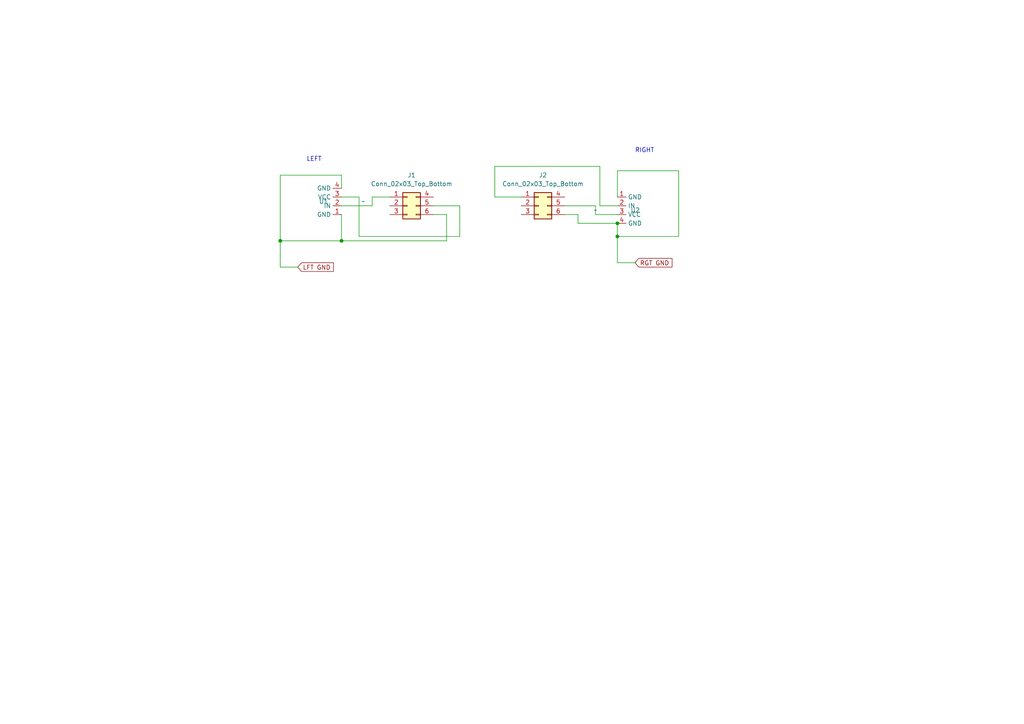
<source format=kicad_sch>
(kicad_sch (version 20230121) (generator eeschema)
  (paper "A4")
  (lib_symbols
    (symbol "DC32_Cnet_Badge_SAO:Conn_02x03_Top_Bottom" (pin_names (offset 1.016) hide)
      (property "Reference" "J" (at 1.27 5.08 0))
      (property "Value" "Conn_02x03_Top_Bottom" (at 1.27 -5.08 0))
      (symbol "Conn_02x03_Top_Bottom_1_1"
        (rectangle (start -1.27 -2.413) (end 0 -2.667) (stroke (width 0.1524)))
        (rectangle (start -1.27 0.127) (end 0 -0.127) (stroke (width 0.1524)))
        (rectangle (start -1.27 2.667) (end 0 2.413) (stroke (width 0.1524)))
        (rectangle (start -1.27 3.81) (end 3.81 -3.81) (stroke (width 0.254)) (fill (type background)))
        (rectangle (start 3.81 -2.413) (end 2.54 -2.667) (stroke (width 0.1524)))
        (rectangle (start 3.81 0.127) (end 2.54 -0.127) (stroke (width 0.1524)))
        (rectangle (start 3.81 2.667) (end 2.54 2.413) (stroke (width 0.1524)))
        (pin passive line (at -5.08 2.54 0) (length 3.81) (name "Pin_1") (number "1"))
        (pin passive line (at -5.08 0 0) (length 3.81) (name "Pin_2") (number "2"))
        (pin passive line (at -5.08 -2.54 0) (length 3.81) (name "Pin_3") (number "3"))
        (pin passive line (at 7.62 2.54 180) (length 3.81) (name "Pin_4") (number "4"))
        (pin passive line (at 7.62 0 180) (length 3.81) (name "Pin_5") (number "5"))
        (pin passive line (at 7.62 -2.54 180) (length 3.81) (name "Pin_6") (number "6"))
      )
    )
    (symbol "DC32_Cnet_Badge_SAO:LED_SAO"
      (property "Reference" "U" (at 0 0 0))
      (symbol "LED_SAO_1_1"
        (pin power_in line (at 6.35 3.81 0) (length 2.54) (name "GND") (number "1"))
        (pin input line (at 6.35 1.27 0) (length 2.54) (name "IN") (number "2"))
        (pin power_in line (at 6.35 -1.27 0) (length 2.54) (name "VCC") (number "3"))
        (pin power_in line (at 6.35 -3.81 0) (length 2.54) (name "GND") (number "4"))
      )
    )
  )
  (junction (at 99.06 69.85))
  (junction (at 179.07 68.58))
  (junction (at 179.07 64.77))
  (junction (at 81.28 69.85))
  (wire (pts (xy 179.07 68.58) (xy 179.07 76.2)))
  (wire (pts (xy 129.54 69.85) (xy 129.54 62.23)))
  (wire (pts (xy 172.72 62.23) (xy 172.72 59.69)))
  (wire (pts (xy 113.03 57.15) (xy 107.95 57.15)))
  (wire (pts (xy 167.64 62.23) (xy 167.64 64.77)))
  (wire (pts (xy 179.07 49.53) (xy 196.85 49.53)))
  (wire (pts (xy 173.99 48.26) (xy 143.51 48.26)))
  (wire (pts (xy 81.28 69.85) (xy 99.06 69.85)))
  (wire (pts (xy 99.06 57.15) (xy 104.14 57.15)))
  (wire (pts (xy 133.35 68.58) (xy 133.35 59.69)))
  (wire (pts (xy 99.06 69.85) (xy 129.54 69.85)))
  (wire (pts (xy 143.51 57.15) (xy 151.13 57.15)))
  (wire (pts (xy 172.72 59.69) (xy 163.83 59.69)))
  (wire (pts (xy 143.51 48.26) (xy 143.51 57.15)))
  (wire (pts (xy 179.07 62.23) (xy 172.72 62.23)))
  (wire (pts (xy 163.83 62.23) (xy 167.64 62.23)))
  (wire (pts (xy 196.85 68.58) (xy 179.07 68.58)))
  (wire (pts (xy 104.14 68.58) (xy 133.35 68.58)))
  (wire (pts (xy 179.07 57.15) (xy 179.07 49.53)))
  (wire (pts (xy 81.28 77.47) (xy 86.36 77.47)))
  (wire (pts (xy 99.06 59.69) (xy 107.95 59.69)))
  (wire (pts (xy 129.54 62.23) (xy 125.73 62.23)))
  (wire (pts (xy 99.06 50.8) (xy 99.06 54.61)))
  (wire (pts (xy 179.07 76.2) (xy 184.15 76.2)))
  (wire (pts (xy 179.07 59.69) (xy 173.99 59.69)))
  (wire (pts (xy 99.06 62.23) (xy 99.06 69.85)))
  (wire (pts (xy 104.14 57.15) (xy 104.14 68.58)))
  (wire (pts (xy 99.06 50.8) (xy 81.28 50.8)))
  (wire (pts (xy 81.28 69.85) (xy 81.28 77.47)))
  (wire (pts (xy 107.95 57.15) (xy 107.95 59.69)))
  (wire (pts (xy 173.99 59.69) (xy 173.99 48.26)))
  (wire (pts (xy 81.28 69.85) (xy 81.28 50.8)))
  (wire (pts (xy 167.64 64.77) (xy 179.07 64.77)))
  (wire (pts (xy 133.35 59.69) (xy 125.73 59.69)))
  (wire (pts (xy 196.85 49.53) (xy 196.85 68.58)))
  (wire (pts (xy 179.07 64.77) (xy 179.07 68.58)))
  (text "LEFT" (at 88.9 46.99 0) (effects (font (size 1.27 1.27)) (justify left bottom)))
  (text "RIGHT" (at 184.15 44.45 0) (effects (font (size 1.27 1.27)) (justify left bottom)))
  (global_label "LFT GND" (shape input) (at 86.36 77.47 0) (property "Intersheetrefs" "${INTERSHEET_REFS}" (effects hide)))
  (global_label "RGT GND" (shape input) (at 184.15 76.2 0) (property "Intersheetrefs" "${INTERSHEET_REFS}" (effects hide)))
  (symbol (lib_id "DC32_Cnet_Badge_SAO:Conn_02x03_Top_Bottom") (at 156.21 59.69 0) (unit 1)
    (property "Reference" "J2" (at 157.48 50.8 0))
    (property "Value" "Conn_02x03_Top_Bottom" (at 157.48 53.34 0))
    (property "Footprint" "DC32_Cnet_Badge_SAO:PinSocket_2x03_P2.54mm_Vertical_Tab" (effects hide))
  )
  (symbol (lib_id "DC32_Cnet_Badge_SAO:Conn_02x03_Top_Bottom") (at 118.11 59.69 0) (unit 1)
    (property "Reference" "J1" (at 119.38 50.8 0))
    (property "Value" "Conn_02x03_Top_Bottom" (at 119.38 53.34 0))
    (property "Footprint" "DC32_Cnet_Badge_SAO:PinSocket_2x03_P2.54mm_Vertical_Tab" (effects hide))
  )
  (symbol (lib_id "DC32_Cnet_Badge_SAO:LED_SAO") (at 172.72 60.96 0) (unit 1)
    (property "Reference" "U2" (at 182.88 60.96 0) (effects (justify left)))
    (property "Value" "~" (at 172.72 60.96 0))
    (property "Footprint" "DC32_Cnet_Badge_SAO:LED_SAO" (effects hide))
  )
  (symbol (lib_id "DC32_Cnet_Badge_SAO:LED_SAO") (at 105.41 58.42 180) (unit 1)
    (property "Reference" "U1" (at 95.25 58.42 0) (effects (justify left)))
    (property "Value" "~" (at 105.41 58.42 0))
    (property "Footprint" "DC32_Cnet_Badge_SAO:LED_SAO" (effects hide))
  )
)
</source>
